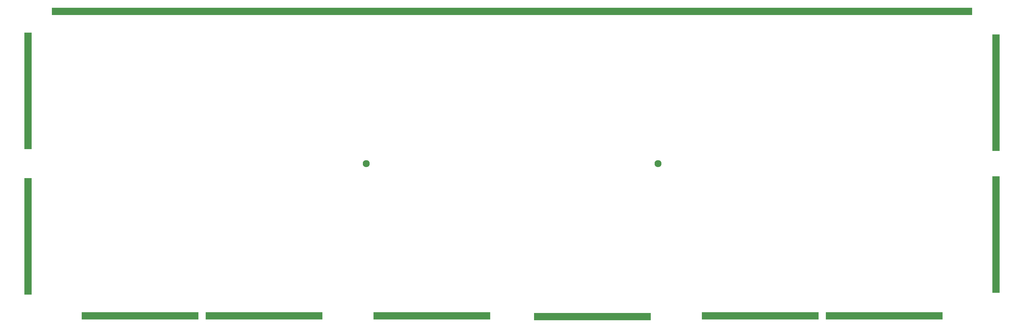
<source format=gbr>
G04 #@! TF.FileFunction,Soldermask,Top*
%FSLAX46Y46*%
G04 Gerber Fmt 4.6, Leading zero omitted, Abs format (unit mm)*
G04 Created by KiCad (PCBNEW 4.0.6) date 05/14/19 15:03:00*
%MOMM*%
%LPD*%
G01*
G04 APERTURE LIST*
%ADD10C,0.100000*%
%ADD11C,2.300000*%
%ADD12R,38.150000X2.400000*%
%ADD13R,2.400000X38.150000*%
%ADD14R,300.400000X2.400000*%
G04 APERTURE END LIST*
D10*
D11*
X233362500Y-76200000D03*
D12*
X159543750Y-126000000D03*
X211931250Y-126206250D03*
X307181250Y-126000000D03*
X266700000Y-126000000D03*
D13*
X343737500Y-99400000D03*
X343737500Y-53000000D03*
X27737500Y-100012500D03*
X27737500Y-52387500D03*
D12*
X64293750Y-126000000D03*
D14*
X185737500Y-26400000D03*
D12*
X104775000Y-126000000D03*
D11*
X138112500Y-76200000D03*
M02*

</source>
